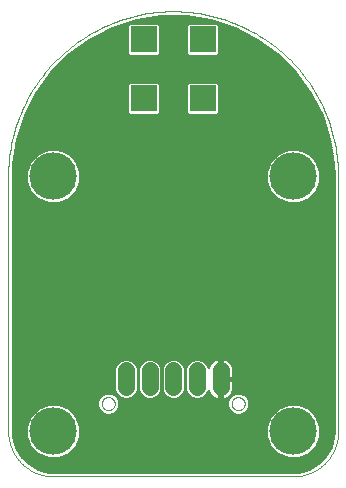
<source format=gbl>
G75*
%MOIN*%
%OFA0B0*%
%FSLAX25Y25*%
%IPPOS*%
%LPD*%
%AMOC8*
5,1,8,0,0,1.08239X$1,22.5*
%
%ADD10C,0.00000*%
%ADD11C,0.15811*%
%ADD12C,0.05600*%
%ADD13R,0.08858X0.08858*%
%ADD14C,0.01000*%
%ADD15C,0.02381*%
D10*
X0001618Y0018429D02*
X0001618Y0103429D01*
X0032800Y0027661D02*
X0032802Y0027754D01*
X0032808Y0027846D01*
X0032818Y0027938D01*
X0032832Y0028029D01*
X0032849Y0028120D01*
X0032871Y0028210D01*
X0032896Y0028299D01*
X0032925Y0028387D01*
X0032958Y0028473D01*
X0032995Y0028558D01*
X0033035Y0028642D01*
X0033079Y0028723D01*
X0033126Y0028803D01*
X0033176Y0028881D01*
X0033230Y0028956D01*
X0033287Y0029029D01*
X0033347Y0029099D01*
X0033410Y0029167D01*
X0033476Y0029232D01*
X0033544Y0029294D01*
X0033615Y0029354D01*
X0033689Y0029410D01*
X0033765Y0029463D01*
X0033843Y0029512D01*
X0033923Y0029559D01*
X0034005Y0029601D01*
X0034089Y0029641D01*
X0034174Y0029676D01*
X0034261Y0029708D01*
X0034349Y0029737D01*
X0034438Y0029761D01*
X0034528Y0029782D01*
X0034619Y0029798D01*
X0034711Y0029811D01*
X0034803Y0029820D01*
X0034896Y0029825D01*
X0034988Y0029826D01*
X0035081Y0029823D01*
X0035173Y0029816D01*
X0035265Y0029805D01*
X0035356Y0029790D01*
X0035447Y0029772D01*
X0035537Y0029749D01*
X0035625Y0029723D01*
X0035713Y0029693D01*
X0035799Y0029659D01*
X0035883Y0029622D01*
X0035966Y0029580D01*
X0036047Y0029536D01*
X0036127Y0029488D01*
X0036204Y0029437D01*
X0036278Y0029382D01*
X0036351Y0029324D01*
X0036421Y0029264D01*
X0036488Y0029200D01*
X0036552Y0029134D01*
X0036614Y0029064D01*
X0036672Y0028993D01*
X0036727Y0028919D01*
X0036779Y0028842D01*
X0036828Y0028763D01*
X0036874Y0028683D01*
X0036916Y0028600D01*
X0036954Y0028516D01*
X0036989Y0028430D01*
X0037020Y0028343D01*
X0037047Y0028255D01*
X0037070Y0028165D01*
X0037090Y0028075D01*
X0037106Y0027984D01*
X0037118Y0027892D01*
X0037126Y0027800D01*
X0037130Y0027707D01*
X0037130Y0027615D01*
X0037126Y0027522D01*
X0037118Y0027430D01*
X0037106Y0027338D01*
X0037090Y0027247D01*
X0037070Y0027157D01*
X0037047Y0027067D01*
X0037020Y0026979D01*
X0036989Y0026892D01*
X0036954Y0026806D01*
X0036916Y0026722D01*
X0036874Y0026639D01*
X0036828Y0026559D01*
X0036779Y0026480D01*
X0036727Y0026403D01*
X0036672Y0026329D01*
X0036614Y0026258D01*
X0036552Y0026188D01*
X0036488Y0026122D01*
X0036421Y0026058D01*
X0036351Y0025998D01*
X0036278Y0025940D01*
X0036204Y0025885D01*
X0036127Y0025834D01*
X0036048Y0025786D01*
X0035966Y0025742D01*
X0035883Y0025700D01*
X0035799Y0025663D01*
X0035713Y0025629D01*
X0035625Y0025599D01*
X0035537Y0025573D01*
X0035447Y0025550D01*
X0035356Y0025532D01*
X0035265Y0025517D01*
X0035173Y0025506D01*
X0035081Y0025499D01*
X0034988Y0025496D01*
X0034896Y0025497D01*
X0034803Y0025502D01*
X0034711Y0025511D01*
X0034619Y0025524D01*
X0034528Y0025540D01*
X0034438Y0025561D01*
X0034349Y0025585D01*
X0034261Y0025614D01*
X0034174Y0025646D01*
X0034089Y0025681D01*
X0034005Y0025721D01*
X0033923Y0025763D01*
X0033843Y0025810D01*
X0033765Y0025859D01*
X0033689Y0025912D01*
X0033615Y0025968D01*
X0033544Y0026028D01*
X0033476Y0026090D01*
X0033410Y0026155D01*
X0033347Y0026223D01*
X0033287Y0026293D01*
X0033230Y0026366D01*
X0033176Y0026441D01*
X0033126Y0026519D01*
X0033079Y0026599D01*
X0033035Y0026680D01*
X0032995Y0026764D01*
X0032958Y0026849D01*
X0032925Y0026935D01*
X0032896Y0027023D01*
X0032871Y0027112D01*
X0032849Y0027202D01*
X0032832Y0027293D01*
X0032818Y0027384D01*
X0032808Y0027476D01*
X0032802Y0027568D01*
X0032800Y0027661D01*
X0016618Y0003429D02*
X0016256Y0003433D01*
X0015893Y0003447D01*
X0015531Y0003468D01*
X0015170Y0003499D01*
X0014810Y0003538D01*
X0014451Y0003586D01*
X0014093Y0003643D01*
X0013736Y0003708D01*
X0013381Y0003782D01*
X0013028Y0003865D01*
X0012677Y0003956D01*
X0012329Y0004055D01*
X0011983Y0004163D01*
X0011639Y0004279D01*
X0011299Y0004404D01*
X0010962Y0004536D01*
X0010628Y0004677D01*
X0010297Y0004826D01*
X0009970Y0004983D01*
X0009647Y0005147D01*
X0009328Y0005319D01*
X0009014Y0005499D01*
X0008703Y0005687D01*
X0008398Y0005882D01*
X0008097Y0006084D01*
X0007801Y0006294D01*
X0007511Y0006510D01*
X0007225Y0006734D01*
X0006945Y0006964D01*
X0006671Y0007201D01*
X0006403Y0007445D01*
X0006140Y0007695D01*
X0005884Y0007951D01*
X0005634Y0008214D01*
X0005390Y0008482D01*
X0005153Y0008756D01*
X0004923Y0009036D01*
X0004699Y0009322D01*
X0004483Y0009612D01*
X0004273Y0009908D01*
X0004071Y0010209D01*
X0003876Y0010514D01*
X0003688Y0010825D01*
X0003508Y0011139D01*
X0003336Y0011458D01*
X0003172Y0011781D01*
X0003015Y0012108D01*
X0002866Y0012439D01*
X0002725Y0012773D01*
X0002593Y0013110D01*
X0002468Y0013450D01*
X0002352Y0013794D01*
X0002244Y0014140D01*
X0002145Y0014488D01*
X0002054Y0014839D01*
X0001971Y0015192D01*
X0001897Y0015547D01*
X0001832Y0015904D01*
X0001775Y0016262D01*
X0001727Y0016621D01*
X0001688Y0016981D01*
X0001657Y0017342D01*
X0001636Y0017704D01*
X0001622Y0018067D01*
X0001618Y0018429D01*
X0016618Y0003429D02*
X0096618Y0003429D01*
X0096980Y0003433D01*
X0097343Y0003447D01*
X0097705Y0003468D01*
X0098066Y0003499D01*
X0098426Y0003538D01*
X0098785Y0003586D01*
X0099143Y0003643D01*
X0099500Y0003708D01*
X0099855Y0003782D01*
X0100208Y0003865D01*
X0100559Y0003956D01*
X0100907Y0004055D01*
X0101253Y0004163D01*
X0101597Y0004279D01*
X0101937Y0004404D01*
X0102274Y0004536D01*
X0102608Y0004677D01*
X0102939Y0004826D01*
X0103266Y0004983D01*
X0103589Y0005147D01*
X0103908Y0005319D01*
X0104222Y0005499D01*
X0104533Y0005687D01*
X0104838Y0005882D01*
X0105139Y0006084D01*
X0105435Y0006294D01*
X0105725Y0006510D01*
X0106011Y0006734D01*
X0106291Y0006964D01*
X0106565Y0007201D01*
X0106833Y0007445D01*
X0107096Y0007695D01*
X0107352Y0007951D01*
X0107602Y0008214D01*
X0107846Y0008482D01*
X0108083Y0008756D01*
X0108313Y0009036D01*
X0108537Y0009322D01*
X0108753Y0009612D01*
X0108963Y0009908D01*
X0109165Y0010209D01*
X0109360Y0010514D01*
X0109548Y0010825D01*
X0109728Y0011139D01*
X0109900Y0011458D01*
X0110064Y0011781D01*
X0110221Y0012108D01*
X0110370Y0012439D01*
X0110511Y0012773D01*
X0110643Y0013110D01*
X0110768Y0013450D01*
X0110884Y0013794D01*
X0110992Y0014140D01*
X0111091Y0014488D01*
X0111182Y0014839D01*
X0111265Y0015192D01*
X0111339Y0015547D01*
X0111404Y0015904D01*
X0111461Y0016262D01*
X0111509Y0016621D01*
X0111548Y0016981D01*
X0111579Y0017342D01*
X0111600Y0017704D01*
X0111614Y0018067D01*
X0111618Y0018429D01*
X0111618Y0103429D01*
X0076107Y0027661D02*
X0076109Y0027754D01*
X0076115Y0027846D01*
X0076125Y0027938D01*
X0076139Y0028029D01*
X0076156Y0028120D01*
X0076178Y0028210D01*
X0076203Y0028299D01*
X0076232Y0028387D01*
X0076265Y0028473D01*
X0076302Y0028558D01*
X0076342Y0028642D01*
X0076386Y0028723D01*
X0076433Y0028803D01*
X0076483Y0028881D01*
X0076537Y0028956D01*
X0076594Y0029029D01*
X0076654Y0029099D01*
X0076717Y0029167D01*
X0076783Y0029232D01*
X0076851Y0029294D01*
X0076922Y0029354D01*
X0076996Y0029410D01*
X0077072Y0029463D01*
X0077150Y0029512D01*
X0077230Y0029559D01*
X0077312Y0029601D01*
X0077396Y0029641D01*
X0077481Y0029676D01*
X0077568Y0029708D01*
X0077656Y0029737D01*
X0077745Y0029761D01*
X0077835Y0029782D01*
X0077926Y0029798D01*
X0078018Y0029811D01*
X0078110Y0029820D01*
X0078203Y0029825D01*
X0078295Y0029826D01*
X0078388Y0029823D01*
X0078480Y0029816D01*
X0078572Y0029805D01*
X0078663Y0029790D01*
X0078754Y0029772D01*
X0078844Y0029749D01*
X0078932Y0029723D01*
X0079020Y0029693D01*
X0079106Y0029659D01*
X0079190Y0029622D01*
X0079273Y0029580D01*
X0079354Y0029536D01*
X0079434Y0029488D01*
X0079511Y0029437D01*
X0079585Y0029382D01*
X0079658Y0029324D01*
X0079728Y0029264D01*
X0079795Y0029200D01*
X0079859Y0029134D01*
X0079921Y0029064D01*
X0079979Y0028993D01*
X0080034Y0028919D01*
X0080086Y0028842D01*
X0080135Y0028763D01*
X0080181Y0028683D01*
X0080223Y0028600D01*
X0080261Y0028516D01*
X0080296Y0028430D01*
X0080327Y0028343D01*
X0080354Y0028255D01*
X0080377Y0028165D01*
X0080397Y0028075D01*
X0080413Y0027984D01*
X0080425Y0027892D01*
X0080433Y0027800D01*
X0080437Y0027707D01*
X0080437Y0027615D01*
X0080433Y0027522D01*
X0080425Y0027430D01*
X0080413Y0027338D01*
X0080397Y0027247D01*
X0080377Y0027157D01*
X0080354Y0027067D01*
X0080327Y0026979D01*
X0080296Y0026892D01*
X0080261Y0026806D01*
X0080223Y0026722D01*
X0080181Y0026639D01*
X0080135Y0026559D01*
X0080086Y0026480D01*
X0080034Y0026403D01*
X0079979Y0026329D01*
X0079921Y0026258D01*
X0079859Y0026188D01*
X0079795Y0026122D01*
X0079728Y0026058D01*
X0079658Y0025998D01*
X0079585Y0025940D01*
X0079511Y0025885D01*
X0079434Y0025834D01*
X0079355Y0025786D01*
X0079273Y0025742D01*
X0079190Y0025700D01*
X0079106Y0025663D01*
X0079020Y0025629D01*
X0078932Y0025599D01*
X0078844Y0025573D01*
X0078754Y0025550D01*
X0078663Y0025532D01*
X0078572Y0025517D01*
X0078480Y0025506D01*
X0078388Y0025499D01*
X0078295Y0025496D01*
X0078203Y0025497D01*
X0078110Y0025502D01*
X0078018Y0025511D01*
X0077926Y0025524D01*
X0077835Y0025540D01*
X0077745Y0025561D01*
X0077656Y0025585D01*
X0077568Y0025614D01*
X0077481Y0025646D01*
X0077396Y0025681D01*
X0077312Y0025721D01*
X0077230Y0025763D01*
X0077150Y0025810D01*
X0077072Y0025859D01*
X0076996Y0025912D01*
X0076922Y0025968D01*
X0076851Y0026028D01*
X0076783Y0026090D01*
X0076717Y0026155D01*
X0076654Y0026223D01*
X0076594Y0026293D01*
X0076537Y0026366D01*
X0076483Y0026441D01*
X0076433Y0026519D01*
X0076386Y0026599D01*
X0076342Y0026680D01*
X0076302Y0026764D01*
X0076265Y0026849D01*
X0076232Y0026935D01*
X0076203Y0027023D01*
X0076178Y0027112D01*
X0076156Y0027202D01*
X0076139Y0027293D01*
X0076125Y0027384D01*
X0076115Y0027476D01*
X0076109Y0027568D01*
X0076107Y0027661D01*
X0111618Y0103429D02*
X0111602Y0104768D01*
X0111553Y0106107D01*
X0111471Y0107444D01*
X0111357Y0108778D01*
X0111211Y0110110D01*
X0111032Y0111437D01*
X0110821Y0112760D01*
X0110577Y0114077D01*
X0110302Y0115388D01*
X0109995Y0116691D01*
X0109656Y0117987D01*
X0109286Y0119274D01*
X0108885Y0120552D01*
X0108452Y0121820D01*
X0107989Y0123077D01*
X0107495Y0124322D01*
X0106971Y0125555D01*
X0106418Y0126774D01*
X0105834Y0127980D01*
X0105222Y0129171D01*
X0104581Y0130347D01*
X0103911Y0131507D01*
X0103213Y0132650D01*
X0102488Y0133776D01*
X0101735Y0134884D01*
X0100956Y0135974D01*
X0100150Y0137044D01*
X0099319Y0138094D01*
X0098462Y0139123D01*
X0097580Y0140132D01*
X0096675Y0141118D01*
X0095745Y0142082D01*
X0094792Y0143024D01*
X0093817Y0143942D01*
X0092819Y0144835D01*
X0091800Y0145705D01*
X0090760Y0146549D01*
X0089700Y0147367D01*
X0088620Y0148160D01*
X0087522Y0148926D01*
X0086404Y0149665D01*
X0085270Y0150377D01*
X0084118Y0151060D01*
X0082950Y0151716D01*
X0081766Y0152343D01*
X0080568Y0152941D01*
X0079355Y0153509D01*
X0078129Y0154048D01*
X0076890Y0154557D01*
X0075639Y0155035D01*
X0074376Y0155483D01*
X0073104Y0155900D01*
X0071821Y0156286D01*
X0070529Y0156641D01*
X0069229Y0156964D01*
X0067922Y0157255D01*
X0066608Y0157514D01*
X0065288Y0157741D01*
X0063963Y0157936D01*
X0062633Y0158099D01*
X0061300Y0158229D01*
X0059965Y0158327D01*
X0058627Y0158392D01*
X0057288Y0158425D01*
X0055948Y0158425D01*
X0054609Y0158392D01*
X0053271Y0158327D01*
X0051936Y0158229D01*
X0050603Y0158099D01*
X0049273Y0157936D01*
X0047948Y0157741D01*
X0046628Y0157514D01*
X0045314Y0157255D01*
X0044007Y0156964D01*
X0042707Y0156641D01*
X0041415Y0156286D01*
X0040132Y0155900D01*
X0038860Y0155483D01*
X0037597Y0155035D01*
X0036346Y0154557D01*
X0035107Y0154048D01*
X0033881Y0153509D01*
X0032668Y0152941D01*
X0031470Y0152343D01*
X0030286Y0151716D01*
X0029118Y0151060D01*
X0027966Y0150377D01*
X0026832Y0149665D01*
X0025714Y0148926D01*
X0024616Y0148160D01*
X0023536Y0147367D01*
X0022476Y0146549D01*
X0021436Y0145705D01*
X0020417Y0144835D01*
X0019419Y0143942D01*
X0018444Y0143024D01*
X0017491Y0142082D01*
X0016561Y0141118D01*
X0015656Y0140132D01*
X0014774Y0139123D01*
X0013917Y0138094D01*
X0013086Y0137044D01*
X0012280Y0135974D01*
X0011501Y0134884D01*
X0010748Y0133776D01*
X0010023Y0132650D01*
X0009325Y0131507D01*
X0008655Y0130347D01*
X0008014Y0129171D01*
X0007402Y0127980D01*
X0006818Y0126774D01*
X0006265Y0125555D01*
X0005741Y0124322D01*
X0005247Y0123077D01*
X0004784Y0121820D01*
X0004351Y0120552D01*
X0003950Y0119274D01*
X0003580Y0117987D01*
X0003241Y0116691D01*
X0002934Y0115388D01*
X0002659Y0114077D01*
X0002415Y0112760D01*
X0002204Y0111437D01*
X0002025Y0110110D01*
X0001879Y0108778D01*
X0001765Y0107444D01*
X0001683Y0106107D01*
X0001634Y0104768D01*
X0001618Y0103429D01*
D11*
X0016618Y0103429D03*
X0016618Y0018429D03*
X0096618Y0018429D03*
X0096618Y0103429D03*
D12*
X0072366Y0038729D02*
X0072366Y0033129D01*
X0064492Y0033129D02*
X0064492Y0038729D01*
X0056618Y0038729D02*
X0056618Y0033129D01*
X0048744Y0033129D02*
X0048744Y0038729D01*
X0040870Y0038729D02*
X0040870Y0033129D01*
D13*
X0046776Y0129453D03*
X0046776Y0149138D03*
X0066461Y0149138D03*
X0066461Y0129453D03*
D14*
X0014671Y0009488D02*
X0006631Y0009488D01*
X0005908Y0010211D02*
X0004146Y0013263D01*
X0003234Y0016667D01*
X0003118Y0018429D01*
X0003118Y0103429D01*
X0003283Y0107627D01*
X0004596Y0115918D01*
X0007191Y0123903D01*
X0011002Y0131383D01*
X0015936Y0138175D01*
X0021873Y0144111D01*
X0028664Y0149045D01*
X0036145Y0152857D01*
X0044129Y0155451D01*
X0052421Y0156764D01*
X0060816Y0156764D01*
X0069107Y0155451D01*
X0077092Y0152857D01*
X0084572Y0149045D01*
X0091364Y0144111D01*
X0097300Y0138175D01*
X0102234Y0131383D01*
X0106046Y0123903D01*
X0108640Y0115918D01*
X0109953Y0107627D01*
X0110118Y0103429D01*
X0110118Y0018429D01*
X0110003Y0016667D01*
X0109090Y0013263D01*
X0107328Y0010211D01*
X0104836Y0007719D01*
X0101784Y0005957D01*
X0098380Y0005045D01*
X0096618Y0004929D01*
X0016618Y0004929D01*
X0014856Y0005045D01*
X0011452Y0005957D01*
X0008400Y0007719D01*
X0005908Y0010211D01*
X0005749Y0010487D02*
X0012261Y0010487D01*
X0011517Y0010795D02*
X0014827Y0009424D01*
X0018409Y0009424D01*
X0021719Y0010795D01*
X0024253Y0013328D01*
X0025624Y0016638D01*
X0025624Y0020220D01*
X0024253Y0023530D01*
X0021719Y0026064D01*
X0018409Y0027435D01*
X0014827Y0027435D01*
X0011517Y0026064D01*
X0008984Y0023530D01*
X0007613Y0020220D01*
X0007613Y0016638D01*
X0008984Y0013328D01*
X0011517Y0010795D01*
X0010826Y0011485D02*
X0005172Y0011485D01*
X0004596Y0012484D02*
X0009828Y0012484D01*
X0008920Y0013482D02*
X0004087Y0013482D01*
X0003819Y0014481D02*
X0008506Y0014481D01*
X0008093Y0015479D02*
X0003552Y0015479D01*
X0003284Y0016478D02*
X0007679Y0016478D01*
X0007613Y0017476D02*
X0003181Y0017476D01*
X0003118Y0018475D02*
X0007613Y0018475D01*
X0007613Y0019473D02*
X0003118Y0019473D01*
X0003118Y0020472D02*
X0007717Y0020472D01*
X0008130Y0021470D02*
X0003118Y0021470D01*
X0003118Y0022469D02*
X0008544Y0022469D01*
X0008957Y0023467D02*
X0003118Y0023467D01*
X0003118Y0024466D02*
X0009919Y0024466D01*
X0010918Y0025464D02*
X0003118Y0025464D01*
X0003118Y0026463D02*
X0012481Y0026463D01*
X0020756Y0026463D02*
X0031494Y0026463D01*
X0031299Y0026932D02*
X0031857Y0025585D01*
X0032888Y0024554D01*
X0034235Y0023996D01*
X0035694Y0023996D01*
X0037041Y0024554D01*
X0038072Y0025585D01*
X0038630Y0026932D01*
X0038630Y0028391D01*
X0038072Y0029738D01*
X0037041Y0030769D01*
X0035694Y0031327D01*
X0034235Y0031327D01*
X0032888Y0030769D01*
X0031857Y0029738D01*
X0031299Y0028391D01*
X0031299Y0026932D01*
X0031299Y0027461D02*
X0003118Y0027461D01*
X0003118Y0028460D02*
X0031328Y0028460D01*
X0031742Y0029458D02*
X0003118Y0029458D01*
X0003118Y0030457D02*
X0032576Y0030457D01*
X0031978Y0025464D02*
X0022319Y0025464D01*
X0023317Y0024466D02*
X0033102Y0024466D01*
X0036828Y0024466D02*
X0076409Y0024466D01*
X0076195Y0024554D02*
X0077543Y0023996D01*
X0079001Y0023996D01*
X0080348Y0024554D01*
X0081379Y0025585D01*
X0081937Y0026932D01*
X0081937Y0028391D01*
X0081379Y0029738D01*
X0080348Y0030769D01*
X0079001Y0031327D01*
X0077543Y0031327D01*
X0076195Y0030769D01*
X0075164Y0029738D01*
X0074606Y0028391D01*
X0074606Y0026932D01*
X0075164Y0025585D01*
X0076195Y0024554D01*
X0075285Y0025464D02*
X0037951Y0025464D01*
X0038435Y0026463D02*
X0074801Y0026463D01*
X0074606Y0027461D02*
X0038630Y0027461D01*
X0038601Y0028460D02*
X0074635Y0028460D01*
X0074017Y0029144D02*
X0074620Y0029451D01*
X0075167Y0029849D01*
X0075646Y0030328D01*
X0076044Y0030875D01*
X0076351Y0031478D01*
X0076560Y0032122D01*
X0076666Y0032791D01*
X0076666Y0035543D01*
X0072752Y0035543D01*
X0072752Y0028837D01*
X0073373Y0028935D01*
X0074017Y0029144D01*
X0074629Y0029458D02*
X0075049Y0029458D01*
X0075740Y0030457D02*
X0075883Y0030457D01*
X0076339Y0031455D02*
X0110118Y0031455D01*
X0110118Y0030457D02*
X0080660Y0030457D01*
X0081495Y0029458D02*
X0110118Y0029458D01*
X0110118Y0028460D02*
X0081908Y0028460D01*
X0081937Y0027461D02*
X0110118Y0027461D01*
X0110118Y0026463D02*
X0100756Y0026463D01*
X0101719Y0026064D02*
X0098409Y0027435D01*
X0094827Y0027435D01*
X0091517Y0026064D01*
X0088984Y0023530D01*
X0087613Y0020220D01*
X0087613Y0016638D01*
X0088984Y0013328D01*
X0091517Y0010795D01*
X0094827Y0009424D01*
X0098409Y0009424D01*
X0101719Y0010795D01*
X0104253Y0013328D01*
X0105624Y0016638D01*
X0105624Y0020220D01*
X0104253Y0023530D01*
X0101719Y0026064D01*
X0102319Y0025464D02*
X0110118Y0025464D01*
X0110118Y0024466D02*
X0103317Y0024466D01*
X0104279Y0023467D02*
X0110118Y0023467D01*
X0110118Y0022469D02*
X0104692Y0022469D01*
X0105106Y0021470D02*
X0110118Y0021470D01*
X0110118Y0020472D02*
X0105520Y0020472D01*
X0105624Y0019473D02*
X0110118Y0019473D01*
X0110118Y0018475D02*
X0105624Y0018475D01*
X0105624Y0017476D02*
X0110056Y0017476D01*
X0109952Y0016478D02*
X0105557Y0016478D01*
X0105144Y0015479D02*
X0109684Y0015479D01*
X0109417Y0014481D02*
X0104730Y0014481D01*
X0104316Y0013482D02*
X0109149Y0013482D01*
X0108641Y0012484D02*
X0103408Y0012484D01*
X0102410Y0011485D02*
X0108064Y0011485D01*
X0107488Y0010487D02*
X0100976Y0010487D01*
X0098565Y0009488D02*
X0106606Y0009488D01*
X0105607Y0008490D02*
X0007629Y0008490D01*
X0008794Y0007491D02*
X0104442Y0007491D01*
X0102712Y0006493D02*
X0010524Y0006493D01*
X0013179Y0005494D02*
X0100058Y0005494D01*
X0094671Y0009488D02*
X0018565Y0009488D01*
X0020976Y0010487D02*
X0092261Y0010487D01*
X0090826Y0011485D02*
X0022410Y0011485D01*
X0023408Y0012484D02*
X0089828Y0012484D01*
X0088920Y0013482D02*
X0024316Y0013482D01*
X0024730Y0014481D02*
X0088506Y0014481D01*
X0088093Y0015479D02*
X0025144Y0015479D01*
X0025557Y0016478D02*
X0087679Y0016478D01*
X0087613Y0017476D02*
X0025624Y0017476D01*
X0025624Y0018475D02*
X0087613Y0018475D01*
X0087613Y0019473D02*
X0025624Y0019473D01*
X0025520Y0020472D02*
X0087717Y0020472D01*
X0088130Y0021470D02*
X0025106Y0021470D01*
X0024692Y0022469D02*
X0088544Y0022469D01*
X0088957Y0023467D02*
X0024279Y0023467D01*
X0037353Y0030457D02*
X0038027Y0030457D01*
X0037564Y0030920D02*
X0038661Y0029823D01*
X0040094Y0029229D01*
X0041646Y0029229D01*
X0043079Y0029823D01*
X0044176Y0030920D01*
X0044770Y0032353D01*
X0044770Y0039505D01*
X0044176Y0040938D01*
X0043079Y0042035D01*
X0041646Y0042629D01*
X0040094Y0042629D01*
X0038661Y0042035D01*
X0037564Y0040938D01*
X0036970Y0039505D01*
X0036970Y0032353D01*
X0037564Y0030920D01*
X0037342Y0031455D02*
X0003118Y0031455D01*
X0003118Y0032454D02*
X0036970Y0032454D01*
X0036970Y0033452D02*
X0003118Y0033452D01*
X0003118Y0034451D02*
X0036970Y0034451D01*
X0036970Y0035449D02*
X0003118Y0035449D01*
X0003118Y0036448D02*
X0036970Y0036448D01*
X0036970Y0037446D02*
X0003118Y0037446D01*
X0003118Y0038445D02*
X0036970Y0038445D01*
X0036970Y0039443D02*
X0003118Y0039443D01*
X0003118Y0040442D02*
X0037358Y0040442D01*
X0038066Y0041440D02*
X0003118Y0041440D01*
X0003118Y0042439D02*
X0039635Y0042439D01*
X0042105Y0042439D02*
X0047509Y0042439D01*
X0047968Y0042629D02*
X0046535Y0042035D01*
X0045438Y0040938D01*
X0044844Y0039505D01*
X0044844Y0032353D01*
X0045438Y0030920D01*
X0046535Y0029823D01*
X0047968Y0029229D01*
X0049520Y0029229D01*
X0050953Y0029823D01*
X0052050Y0030920D01*
X0052644Y0032353D01*
X0052644Y0039505D01*
X0052050Y0040938D01*
X0050953Y0042035D01*
X0049520Y0042629D01*
X0047968Y0042629D01*
X0045940Y0041440D02*
X0043674Y0041440D01*
X0044382Y0040442D02*
X0045232Y0040442D01*
X0044844Y0039443D02*
X0044770Y0039443D01*
X0044770Y0038445D02*
X0044844Y0038445D01*
X0044844Y0037446D02*
X0044770Y0037446D01*
X0044770Y0036448D02*
X0044844Y0036448D01*
X0044844Y0035449D02*
X0044770Y0035449D01*
X0044770Y0034451D02*
X0044844Y0034451D01*
X0044844Y0033452D02*
X0044770Y0033452D01*
X0044770Y0032454D02*
X0044844Y0032454D01*
X0045216Y0031455D02*
X0044398Y0031455D01*
X0043713Y0030457D02*
X0045901Y0030457D01*
X0047415Y0029458D02*
X0042199Y0029458D01*
X0039541Y0029458D02*
X0038188Y0029458D01*
X0050073Y0029458D02*
X0055289Y0029458D01*
X0055842Y0029229D02*
X0057394Y0029229D01*
X0058827Y0029823D01*
X0059924Y0030920D01*
X0060518Y0032353D01*
X0060518Y0039505D01*
X0059924Y0040938D01*
X0058827Y0042035D01*
X0057394Y0042629D01*
X0055842Y0042629D01*
X0054409Y0042035D01*
X0053312Y0040938D01*
X0052718Y0039505D01*
X0052718Y0032353D01*
X0053312Y0030920D01*
X0054409Y0029823D01*
X0055842Y0029229D01*
X0057947Y0029458D02*
X0063163Y0029458D01*
X0063716Y0029229D02*
X0062283Y0029823D01*
X0061186Y0030920D01*
X0060592Y0032353D01*
X0060592Y0039505D01*
X0061186Y0040938D01*
X0062283Y0042035D01*
X0063716Y0042629D01*
X0065268Y0042629D01*
X0066701Y0042035D01*
X0067798Y0040938D01*
X0068227Y0039904D01*
X0068381Y0040380D01*
X0068688Y0040983D01*
X0069086Y0041530D01*
X0069565Y0042009D01*
X0070112Y0042407D01*
X0070716Y0042714D01*
X0071359Y0042923D01*
X0071980Y0043022D01*
X0071980Y0036315D01*
X0072752Y0036315D01*
X0076666Y0036315D01*
X0076666Y0039068D01*
X0076560Y0039736D01*
X0076351Y0040380D01*
X0076044Y0040983D01*
X0075646Y0041530D01*
X0075167Y0042009D01*
X0074620Y0042407D01*
X0074017Y0042714D01*
X0073373Y0042923D01*
X0072752Y0043022D01*
X0072752Y0036315D01*
X0072752Y0035543D01*
X0071980Y0035543D01*
X0071980Y0028837D01*
X0071359Y0028935D01*
X0070716Y0029144D01*
X0070112Y0029451D01*
X0069565Y0029849D01*
X0069086Y0030328D01*
X0068688Y0030875D01*
X0068381Y0031478D01*
X0068227Y0031954D01*
X0067798Y0030920D01*
X0066701Y0029823D01*
X0065268Y0029229D01*
X0063716Y0029229D01*
X0065821Y0029458D02*
X0070103Y0029458D01*
X0068993Y0030457D02*
X0067335Y0030457D01*
X0068020Y0031455D02*
X0068393Y0031455D01*
X0071980Y0031455D02*
X0072752Y0031455D01*
X0072752Y0030457D02*
X0071980Y0030457D01*
X0071980Y0029458D02*
X0072752Y0029458D01*
X0072752Y0032454D02*
X0071980Y0032454D01*
X0071980Y0033452D02*
X0072752Y0033452D01*
X0072752Y0034451D02*
X0071980Y0034451D01*
X0071980Y0035449D02*
X0072752Y0035449D01*
X0072752Y0036448D02*
X0071980Y0036448D01*
X0071980Y0037446D02*
X0072752Y0037446D01*
X0072752Y0038445D02*
X0071980Y0038445D01*
X0071980Y0039443D02*
X0072752Y0039443D01*
X0072752Y0040442D02*
X0071980Y0040442D01*
X0071980Y0041440D02*
X0072752Y0041440D01*
X0072752Y0042439D02*
X0071980Y0042439D01*
X0070176Y0042439D02*
X0065727Y0042439D01*
X0067296Y0041440D02*
X0069021Y0041440D01*
X0068413Y0040442D02*
X0068004Y0040442D01*
X0063257Y0042439D02*
X0057853Y0042439D01*
X0059422Y0041440D02*
X0061688Y0041440D01*
X0060980Y0040442D02*
X0060130Y0040442D01*
X0060518Y0039443D02*
X0060592Y0039443D01*
X0060592Y0038445D02*
X0060518Y0038445D01*
X0060518Y0037446D02*
X0060592Y0037446D01*
X0060592Y0036448D02*
X0060518Y0036448D01*
X0060518Y0035449D02*
X0060592Y0035449D01*
X0060592Y0034451D02*
X0060518Y0034451D01*
X0060518Y0033452D02*
X0060592Y0033452D01*
X0060592Y0032454D02*
X0060518Y0032454D01*
X0060146Y0031455D02*
X0060964Y0031455D01*
X0061649Y0030457D02*
X0059461Y0030457D01*
X0053775Y0030457D02*
X0051587Y0030457D01*
X0052272Y0031455D02*
X0053090Y0031455D01*
X0052718Y0032454D02*
X0052644Y0032454D01*
X0052644Y0033452D02*
X0052718Y0033452D01*
X0052718Y0034451D02*
X0052644Y0034451D01*
X0052644Y0035449D02*
X0052718Y0035449D01*
X0052718Y0036448D02*
X0052644Y0036448D01*
X0052644Y0037446D02*
X0052718Y0037446D01*
X0052718Y0038445D02*
X0052644Y0038445D01*
X0052644Y0039443D02*
X0052718Y0039443D01*
X0053106Y0040442D02*
X0052256Y0040442D01*
X0051548Y0041440D02*
X0053814Y0041440D01*
X0055383Y0042439D02*
X0049979Y0042439D01*
X0074557Y0042439D02*
X0110118Y0042439D01*
X0110118Y0043437D02*
X0003118Y0043437D01*
X0003118Y0044436D02*
X0110118Y0044436D01*
X0110118Y0045434D02*
X0003118Y0045434D01*
X0003118Y0046433D02*
X0110118Y0046433D01*
X0110118Y0047432D02*
X0003118Y0047432D01*
X0003118Y0048430D02*
X0110118Y0048430D01*
X0110118Y0049429D02*
X0003118Y0049429D01*
X0003118Y0050427D02*
X0110118Y0050427D01*
X0110118Y0051426D02*
X0003118Y0051426D01*
X0003118Y0052424D02*
X0110118Y0052424D01*
X0110118Y0053423D02*
X0003118Y0053423D01*
X0003118Y0054421D02*
X0110118Y0054421D01*
X0110118Y0055420D02*
X0003118Y0055420D01*
X0003118Y0056418D02*
X0110118Y0056418D01*
X0110118Y0057417D02*
X0003118Y0057417D01*
X0003118Y0058415D02*
X0110118Y0058415D01*
X0110118Y0059414D02*
X0003118Y0059414D01*
X0003118Y0060412D02*
X0110118Y0060412D01*
X0110118Y0061411D02*
X0003118Y0061411D01*
X0003118Y0062409D02*
X0110118Y0062409D01*
X0110118Y0063408D02*
X0003118Y0063408D01*
X0003118Y0064406D02*
X0110118Y0064406D01*
X0110118Y0065405D02*
X0003118Y0065405D01*
X0003118Y0066403D02*
X0110118Y0066403D01*
X0110118Y0067402D02*
X0003118Y0067402D01*
X0003118Y0068400D02*
X0110118Y0068400D01*
X0110118Y0069399D02*
X0003118Y0069399D01*
X0003118Y0070397D02*
X0110118Y0070397D01*
X0110118Y0071396D02*
X0003118Y0071396D01*
X0003118Y0072394D02*
X0110118Y0072394D01*
X0110118Y0073393D02*
X0003118Y0073393D01*
X0003118Y0074391D02*
X0110118Y0074391D01*
X0110118Y0075390D02*
X0003118Y0075390D01*
X0003118Y0076388D02*
X0110118Y0076388D01*
X0110118Y0077387D02*
X0003118Y0077387D01*
X0003118Y0078385D02*
X0110118Y0078385D01*
X0110118Y0079384D02*
X0003118Y0079384D01*
X0003118Y0080382D02*
X0110118Y0080382D01*
X0110118Y0081381D02*
X0003118Y0081381D01*
X0003118Y0082379D02*
X0110118Y0082379D01*
X0110118Y0083378D02*
X0003118Y0083378D01*
X0003118Y0084376D02*
X0110118Y0084376D01*
X0110118Y0085375D02*
X0003118Y0085375D01*
X0003118Y0086373D02*
X0110118Y0086373D01*
X0110118Y0087372D02*
X0003118Y0087372D01*
X0003118Y0088370D02*
X0110118Y0088370D01*
X0110118Y0089369D02*
X0003118Y0089369D01*
X0003118Y0090368D02*
X0110118Y0090368D01*
X0110118Y0091366D02*
X0003118Y0091366D01*
X0003118Y0092365D02*
X0110118Y0092365D01*
X0110118Y0093363D02*
X0003118Y0093363D01*
X0003118Y0094362D02*
X0110118Y0094362D01*
X0110118Y0095360D02*
X0100670Y0095360D01*
X0101719Y0095795D02*
X0104253Y0098328D01*
X0105624Y0101638D01*
X0105624Y0105220D01*
X0104253Y0108530D01*
X0101719Y0111064D01*
X0098409Y0112435D01*
X0094827Y0112435D01*
X0091517Y0111064D01*
X0088984Y0108530D01*
X0087613Y0105220D01*
X0087613Y0101638D01*
X0088984Y0098328D01*
X0091517Y0095795D01*
X0094827Y0094424D01*
X0098409Y0094424D01*
X0101719Y0095795D01*
X0102283Y0096359D02*
X0110118Y0096359D01*
X0110118Y0097357D02*
X0103282Y0097357D01*
X0104264Y0098356D02*
X0110118Y0098356D01*
X0110118Y0099354D02*
X0104678Y0099354D01*
X0105091Y0100353D02*
X0110118Y0100353D01*
X0110118Y0101351D02*
X0105505Y0101351D01*
X0105624Y0102350D02*
X0110118Y0102350D01*
X0110118Y0103348D02*
X0105624Y0103348D01*
X0105624Y0104347D02*
X0110082Y0104347D01*
X0110043Y0105345D02*
X0105572Y0105345D01*
X0105158Y0106344D02*
X0110004Y0106344D01*
X0109964Y0107342D02*
X0104745Y0107342D01*
X0104331Y0108341D02*
X0109840Y0108341D01*
X0109682Y0109339D02*
X0103444Y0109339D01*
X0102445Y0110338D02*
X0109524Y0110338D01*
X0109366Y0111336D02*
X0101061Y0111336D01*
X0098651Y0112335D02*
X0109207Y0112335D01*
X0109049Y0113333D02*
X0004187Y0113333D01*
X0004029Y0112335D02*
X0014586Y0112335D01*
X0014827Y0112435D02*
X0011517Y0111064D01*
X0008984Y0108530D01*
X0007613Y0105220D01*
X0007613Y0101638D01*
X0008984Y0098328D01*
X0011517Y0095795D01*
X0014827Y0094424D01*
X0018409Y0094424D01*
X0021719Y0095795D01*
X0024253Y0098328D01*
X0025624Y0101638D01*
X0025624Y0105220D01*
X0024253Y0108530D01*
X0021719Y0111064D01*
X0018409Y0112435D01*
X0014827Y0112435D01*
X0012175Y0111336D02*
X0003871Y0111336D01*
X0003712Y0110338D02*
X0010791Y0110338D01*
X0009792Y0109339D02*
X0003554Y0109339D01*
X0003396Y0108341D02*
X0008905Y0108341D01*
X0008491Y0107342D02*
X0003272Y0107342D01*
X0003233Y0106344D02*
X0008078Y0106344D01*
X0007664Y0105345D02*
X0003193Y0105345D01*
X0003154Y0104347D02*
X0007613Y0104347D01*
X0007613Y0103348D02*
X0003118Y0103348D01*
X0003118Y0102350D02*
X0007613Y0102350D01*
X0007731Y0101351D02*
X0003118Y0101351D01*
X0003118Y0100353D02*
X0008145Y0100353D01*
X0008559Y0099354D02*
X0003118Y0099354D01*
X0003118Y0098356D02*
X0008972Y0098356D01*
X0009954Y0097357D02*
X0003118Y0097357D01*
X0003118Y0096359D02*
X0010953Y0096359D01*
X0012566Y0095360D02*
X0003118Y0095360D01*
X0004345Y0114332D02*
X0108891Y0114332D01*
X0108733Y0115330D02*
X0004503Y0115330D01*
X0004730Y0116329D02*
X0108507Y0116329D01*
X0108182Y0117327D02*
X0005054Y0117327D01*
X0005378Y0118326D02*
X0107858Y0118326D01*
X0107533Y0119324D02*
X0005703Y0119324D01*
X0006027Y0120323D02*
X0107209Y0120323D01*
X0106884Y0121321D02*
X0006352Y0121321D01*
X0006676Y0122320D02*
X0106560Y0122320D01*
X0106236Y0123318D02*
X0007001Y0123318D01*
X0007402Y0124317D02*
X0041498Y0124317D01*
X0041246Y0124568D02*
X0041891Y0123924D01*
X0051660Y0123924D01*
X0052305Y0124568D01*
X0052305Y0134338D01*
X0051660Y0134982D01*
X0041891Y0134982D01*
X0041246Y0134338D01*
X0041246Y0124568D01*
X0041246Y0125315D02*
X0007910Y0125315D01*
X0008419Y0126314D02*
X0041246Y0126314D01*
X0041246Y0127312D02*
X0008928Y0127312D01*
X0009437Y0128311D02*
X0041246Y0128311D01*
X0041246Y0129309D02*
X0009945Y0129309D01*
X0010454Y0130308D02*
X0041246Y0130308D01*
X0041246Y0131306D02*
X0010963Y0131306D01*
X0011672Y0132305D02*
X0041246Y0132305D01*
X0041246Y0133303D02*
X0012397Y0133303D01*
X0013123Y0134302D02*
X0041246Y0134302D01*
X0041891Y0143609D02*
X0051660Y0143609D01*
X0052305Y0144253D01*
X0052305Y0154023D01*
X0051660Y0154667D01*
X0041891Y0154667D01*
X0041246Y0154023D01*
X0041246Y0144253D01*
X0041891Y0143609D01*
X0041246Y0144287D02*
X0022115Y0144287D01*
X0021050Y0143289D02*
X0092186Y0143289D01*
X0093184Y0142290D02*
X0020052Y0142290D01*
X0019053Y0141292D02*
X0094183Y0141292D01*
X0095181Y0140293D02*
X0018055Y0140293D01*
X0017056Y0139295D02*
X0096180Y0139295D01*
X0097178Y0138296D02*
X0016058Y0138296D01*
X0015299Y0137298D02*
X0097937Y0137298D01*
X0098662Y0136299D02*
X0014574Y0136299D01*
X0013848Y0135301D02*
X0099388Y0135301D01*
X0100113Y0134302D02*
X0071990Y0134302D01*
X0071990Y0134338D02*
X0071345Y0134982D01*
X0061576Y0134982D01*
X0060931Y0134338D01*
X0060931Y0124568D01*
X0061576Y0123924D01*
X0071345Y0123924D01*
X0071990Y0124568D01*
X0071990Y0134338D01*
X0071990Y0133303D02*
X0100839Y0133303D01*
X0101564Y0132305D02*
X0071990Y0132305D01*
X0071990Y0131306D02*
X0102273Y0131306D01*
X0102782Y0130308D02*
X0071990Y0130308D01*
X0071990Y0129309D02*
X0103291Y0129309D01*
X0103800Y0128311D02*
X0071990Y0128311D01*
X0071990Y0127312D02*
X0104308Y0127312D01*
X0104817Y0126314D02*
X0071990Y0126314D01*
X0071990Y0125315D02*
X0105326Y0125315D01*
X0105835Y0124317D02*
X0071739Y0124317D01*
X0061183Y0124317D02*
X0052054Y0124317D01*
X0052305Y0125315D02*
X0060931Y0125315D01*
X0060931Y0126314D02*
X0052305Y0126314D01*
X0052305Y0127312D02*
X0060931Y0127312D01*
X0060931Y0128311D02*
X0052305Y0128311D01*
X0052305Y0129309D02*
X0060931Y0129309D01*
X0060931Y0130308D02*
X0052305Y0130308D01*
X0052305Y0131306D02*
X0060931Y0131306D01*
X0060931Y0132305D02*
X0052305Y0132305D01*
X0052305Y0133303D02*
X0060931Y0133303D01*
X0060931Y0134302D02*
X0052305Y0134302D01*
X0052305Y0144287D02*
X0060931Y0144287D01*
X0060931Y0144253D02*
X0061576Y0143609D01*
X0071345Y0143609D01*
X0071990Y0144253D01*
X0071990Y0154023D01*
X0071345Y0154667D01*
X0061576Y0154667D01*
X0060931Y0154023D01*
X0060931Y0144253D01*
X0060931Y0145286D02*
X0052305Y0145286D01*
X0052305Y0146284D02*
X0060931Y0146284D01*
X0060931Y0147283D02*
X0052305Y0147283D01*
X0052305Y0148281D02*
X0060931Y0148281D01*
X0060931Y0149280D02*
X0052305Y0149280D01*
X0052305Y0150278D02*
X0060931Y0150278D01*
X0060931Y0151277D02*
X0052305Y0151277D01*
X0052305Y0152275D02*
X0060931Y0152275D01*
X0060931Y0153274D02*
X0052305Y0153274D01*
X0052055Y0154272D02*
X0061181Y0154272D01*
X0063941Y0156269D02*
X0049296Y0156269D01*
X0043574Y0155271D02*
X0069662Y0155271D01*
X0071740Y0154272D02*
X0072735Y0154272D01*
X0071990Y0153274D02*
X0075808Y0153274D01*
X0078233Y0152275D02*
X0071990Y0152275D01*
X0071990Y0151277D02*
X0080193Y0151277D01*
X0082152Y0150278D02*
X0071990Y0150278D01*
X0071990Y0149280D02*
X0084112Y0149280D01*
X0085624Y0148281D02*
X0071990Y0148281D01*
X0071990Y0147283D02*
X0086998Y0147283D01*
X0088372Y0146284D02*
X0071990Y0146284D01*
X0071990Y0145286D02*
X0089747Y0145286D01*
X0091121Y0144287D02*
X0071990Y0144287D01*
X0092175Y0111336D02*
X0021061Y0111336D01*
X0022445Y0110338D02*
X0090791Y0110338D01*
X0089792Y0109339D02*
X0023444Y0109339D01*
X0024331Y0108341D02*
X0088905Y0108341D01*
X0088491Y0107342D02*
X0024745Y0107342D01*
X0025158Y0106344D02*
X0088078Y0106344D01*
X0087664Y0105345D02*
X0025572Y0105345D01*
X0025624Y0104347D02*
X0087613Y0104347D01*
X0087613Y0103348D02*
X0025624Y0103348D01*
X0025624Y0102350D02*
X0087613Y0102350D01*
X0087731Y0101351D02*
X0025505Y0101351D01*
X0025091Y0100353D02*
X0088145Y0100353D01*
X0088559Y0099354D02*
X0024678Y0099354D01*
X0024264Y0098356D02*
X0088972Y0098356D01*
X0089954Y0097357D02*
X0023282Y0097357D01*
X0022283Y0096359D02*
X0090953Y0096359D01*
X0092566Y0095360D02*
X0020670Y0095360D01*
X0018651Y0112335D02*
X0094586Y0112335D01*
X0110118Y0041440D02*
X0075711Y0041440D01*
X0076319Y0040442D02*
X0110118Y0040442D01*
X0110118Y0039443D02*
X0076607Y0039443D01*
X0076666Y0038445D02*
X0110118Y0038445D01*
X0110118Y0037446D02*
X0076666Y0037446D01*
X0076666Y0036448D02*
X0110118Y0036448D01*
X0110118Y0035449D02*
X0076666Y0035449D01*
X0076666Y0034451D02*
X0110118Y0034451D01*
X0110118Y0033452D02*
X0076666Y0033452D01*
X0076613Y0032454D02*
X0110118Y0032454D01*
X0092481Y0026463D02*
X0081743Y0026463D01*
X0081258Y0025464D02*
X0090918Y0025464D01*
X0089919Y0024466D02*
X0080135Y0024466D01*
X0041246Y0145286D02*
X0023490Y0145286D01*
X0024864Y0146284D02*
X0041246Y0146284D01*
X0041246Y0147283D02*
X0026238Y0147283D01*
X0027613Y0148281D02*
X0041246Y0148281D01*
X0041246Y0149280D02*
X0029124Y0149280D01*
X0031084Y0150278D02*
X0041246Y0150278D01*
X0041246Y0151277D02*
X0033044Y0151277D01*
X0035003Y0152275D02*
X0041246Y0152275D01*
X0041246Y0153274D02*
X0037428Y0153274D01*
X0040501Y0154272D02*
X0041496Y0154272D01*
D15*
X0045988Y0065280D03*
X0045988Y0065280D03*
M02*

</source>
